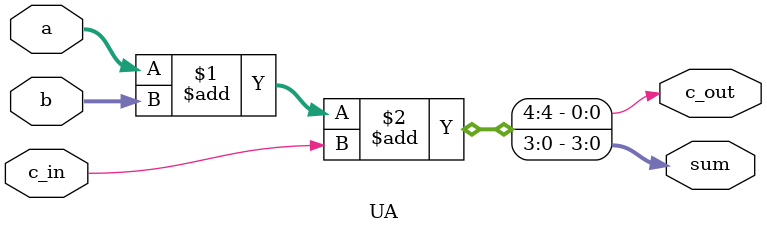
<source format=v>



// Generated by Quartus II 64-Bit Version 7.2 (Build Build 151 09/26/2007)
// Created on Tue Feb 23 20:25:08 2021

//  Module Declaration
module UA(a,b,c_in,sum,c_out);
	// {{ALTERA_ARGS_BEGIN}} DO NOT REMOVE THIS LINE!
	
	// {{ALTERA_ARGS_END}} DO NOT REMOVE THIS LINE!
// Port Declaration

	// {{ALTERA_IO_BEGIN}} DO NOT REMOVE THIS LINE!
	// {{ALTERA_IO_END}} DO NOT REMOVE THIS LINE!
    
    parameter   reg_size = 4;
    
    input   c_in;
    input   [reg_size-1:0] a;
    input   [reg_size-1:0] b;
    output  [reg_size-1:0] sum;
    output  c_out;
    
    assign   {c_out,sum} = a + b + c_in;
    
endmodule

</source>
